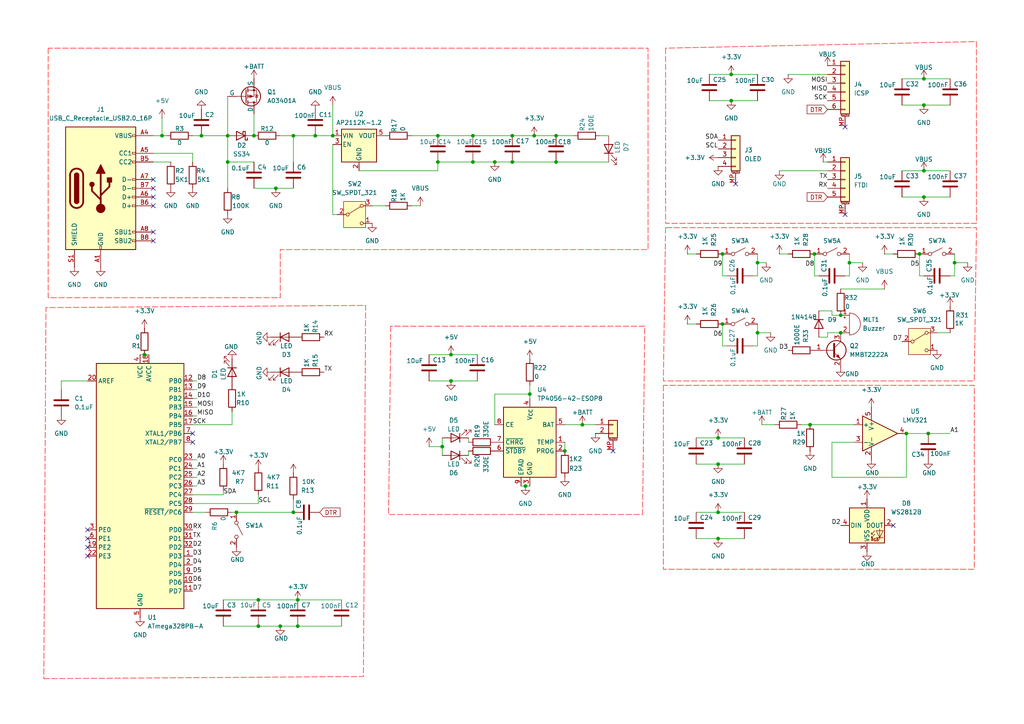
<source format=kicad_sch>
(kicad_sch (version 20250114) (generator "eeschema") (generator_version "9.0")
  (paper "A4")
  (title_block (title "KeyChain") (date "2025-07-06") (rev "V1") (company "KRS"))
  (junction (at 74.93 181.61))
  (junction (at 74.93 173.99))
  (junction (at 143.51 46.99))
  (junction (at 130.81 110.49))
  (junction (at 130.81 102.87))
  (junction (at 154.94 39.37))
  (junction (at 46.99 39.37))
  (junction (at 208.28 156.21))
  (junction (at 276.86 76.2))
  (junction (at 41.91 102.87))
  (junction (at 127 39.37))
  (junction (at 148.59 46.99))
  (junction (at 234.95 123.19))
  (junction (at 266.7 73.66))
  (junction (at 219.71 96.52))
  (junction (at 212.09 29.21))
  (junction (at 209.55 73.66))
  (junction (at 262.89 125.73))
  (junction (at 208.28 134.62))
  (junction (at 66.04 39.37))
  (junction (at 152.4 140.97))
  (junction (at 81.28 181.61))
  (junction (at 86.36 173.99))
  (junction (at 246.38 76.2))
  (junction (at 209.55 93.98))
  (junction (at 80.01 54.61))
  (junction (at 68.58 148.59))
  (junction (at 66.04 46.99))
  (junction (at 153.67 114.3))
  (junction (at 58.42 39.37))
  (junction (at 137.16 39.37))
  (junction (at 236.22 73.66))
  (junction (at 267.97 57.15))
  (junction (at 161.29 46.99))
  (junction (at 91.44 39.37))
  (junction (at 163.83 130.81))
  (junction (at 208.28 148.59))
  (junction (at 208.28 127))
  (junction (at 212.09 21.59))
  (junction (at 161.29 39.37))
  (junction (at 219.71 76.2))
  (junction (at 127 46.99))
  (junction (at 148.59 39.37))
  (junction (at 73.66 39.37))
  (junction (at 243.84 96.52))
  (junction (at 269.24 125.73))
  (junction (at 267.97 30.48))
  (junction (at 267.97 22.86))
  (junction (at 137.16 46.99))
  (junction (at 243.84 91.44))
  (junction (at 85.09 148.59))
  (junction (at 267.97 49.53))
  (junction (at 86.36 181.61))
  (junction (at 168.91 123.19))
  (junction (at 85.09 39.37))
  (junction (at 96.52 39.37))
  (junction (at 128.27 129.54))
  (no_connect (at 44.45 67.31))
  (no_connect (at 25.4 158.75))
  (no_connect (at 44.45 54.61))
  (no_connect (at 177.8 130.81))
  (no_connect (at 245.11 36.83))
  (no_connect (at 25.4 161.29))
  (no_connect (at 25.4 156.21))
  (no_connect (at 44.45 69.85))
  (no_connect (at 44.45 59.69))
  (no_connect (at 259.08 152.4))
  (no_connect (at 245.11 62.23))
  (no_connect (at 55.88 128.27))
  (no_connect (at 25.4 153.67))
  (no_connect (at 44.45 52.07))
  (no_connect (at 213.36 53.34))
  (no_connect (at 44.45 57.15))
  (no_connect (at 55.88 125.73))
  (wire (pts (xy 201.93 134.62) (xy 208.28 134.62)))
  (wire (pts (xy 57.15 140.97) (xy 55.88 140.97)))
  (wire (pts (xy 85.09 39.37) (xy 91.44 39.37)))
  (wire (pts (xy 130.81 102.87) (xy 138.43 102.87)))
  (wire (pts (xy 74.93 143.51) (xy 74.93 146.05)))
  (wire (pts (xy 199.39 93.98) (xy 201.93 93.98)))
  (wire (pts (xy 143.51 123.19) (xy 143.51 114.3)))
  (wire (pts (xy 241.3 128.27) (xy 241.3 138.43)))
  (wire (pts (xy 57.15 135.89) (xy 55.88 135.89)))
  (wire (pts (xy 262.89 125.73) (xy 269.24 125.73)))
  (wire (pts (xy 246.38 80.01) (xy 246.38 76.2)))
  (wire (pts (xy 46.99 39.37) (xy 48.26 39.37)))
  (wire (pts (xy 240.03 97.79) (xy 240.03 96.52)))
  (wire (pts (xy 234.95 123.19) (xy 247.65 123.19)))
  (wire (pts (xy 107.95 59.69) (xy 111.76 59.69)))
  (wire (pts (xy 73.66 33.02) (xy 73.66 39.37)))
  (wire (pts (xy 154.94 39.37) (xy 161.29 39.37)))
  (wire (pts (xy 119.38 39.37) (xy 127 39.37)))
  (wire (pts (xy 143.51 46.99) (xy 148.59 46.99)))
  (wire (pts (xy 208.28 156.21) (xy 215.9 156.21)))
  (wire (pts (xy 85.09 46.99) (xy 85.09 39.37)))
  (wire (pts (xy 271.78 96.52) (xy 275.59 96.52)))
  (wire (pts (xy 168.91 123.19) (xy 172.72 123.19)))
  (wire (pts (xy 85.09 39.37) (xy 81.28 39.37)))
  (wire (pts (xy 67.31 123.19) (xy 55.88 123.19)))
  (wire (pts (xy 237.49 90.17) (xy 241.3 90.17)))
  (wire (pts (xy 256.54 73.66) (xy 259.08 73.66)))
  (wire (pts (xy 135.89 132.08) (xy 135.89 130.81)))
  (wire (pts (xy 276.86 76.2) (xy 280.67 76.2)))
  (wire (pts (xy 236.22 80.01) (xy 237.49 80.01)))
  (wire (pts (xy 246.38 76.2) (xy 250.19 76.2)))
  (wire (pts (xy 127 49.53) (xy 127 46.99)))
  (wire (pts (xy 86.36 181.61) (xy 99.06 181.61)))
  (wire (pts (xy 119.38 59.69) (xy 121.92 59.69)))
  (wire (pts (xy 57.15 115.57) (xy 55.88 115.57)))
  (wire (pts (xy 262.89 138.43) (xy 262.89 125.73)))
  (wire (pts (xy 219.71 96.52) (xy 219.71 93.98)))
  (wire (pts (xy 74.93 146.05) (xy 55.88 146.05)))
  (wire (pts (xy 219.71 76.2) (xy 219.71 73.66)))
  (wire (pts (xy 55.88 39.37) (xy 58.42 39.37)))
  (wire (pts (xy 226.06 73.66) (xy 228.6 73.66)))
  (wire (pts (xy 40.64 102.87) (xy 41.91 102.87)))
  (wire (pts (xy 153.67 111.76) (xy 153.67 114.3)))
  (wire (pts (xy 219.71 76.2) (xy 222.25 76.2)))
  (wire (pts (xy 96.52 62.23) (xy 97.79 62.23)))
  (wire (pts (xy 57.15 113.03) (xy 55.88 113.03)))
  (wire (pts (xy 91.44 39.37) (xy 96.52 39.37)))
  (wire (pts (xy 219.71 100.33) (xy 219.71 96.52)))
  (wire (pts (xy 209.55 80.01) (xy 210.82 80.01)))
  (wire (pts (xy 46.99 34.29) (xy 46.99 39.37)))
  (wire (pts (xy 73.66 54.61) (xy 80.01 54.61)))
  (wire (pts (xy 127 46.99) (xy 137.16 46.99)))
  (wire (pts (xy 137.16 46.99) (xy 143.51 46.99)))
  (wire (pts (xy 243.84 83.82) (xy 256.54 83.82)))
  (wire (pts (xy 201.93 148.59) (xy 208.28 148.59)))
  (wire (pts (xy 219.71 96.52) (xy 223.52 96.52)))
  (wire (pts (xy 66.04 27.94) (xy 66.04 39.37)))
  (wire (pts (xy 241.3 91.44) (xy 243.84 91.44)))
  (wire (pts (xy 205.74 29.21) (xy 212.09 29.21)))
  (wire (pts (xy 64.77 143.51) (xy 55.88 143.51)))
  (wire (pts (xy 261.62 49.53) (xy 267.97 49.53)))
  (wire (pts (xy 245.11 80.01) (xy 246.38 80.01)))
  (wire (pts (xy 205.74 21.59) (xy 212.09 21.59)))
  (wire (pts (xy 226.06 49.53) (xy 240.03 49.53)))
  (wire (pts (xy 247.65 128.27) (xy 241.3 128.27)))
  (wire (pts (xy 104.14 49.53) (xy 127 49.53)))
  (wire (pts (xy 246.38 76.2) (xy 246.38 73.66)))
  (wire (pts (xy 238.76 46.99) (xy 240.03 46.99)))
  (wire (pts (xy 96.52 30.48) (xy 96.52 39.37)))
  (wire (pts (xy 128.27 129.54) (xy 128.27 132.08)))
  (wire (pts (xy 261.62 57.15) (xy 267.97 57.15)))
  (wire (pts (xy 267.97 57.15) (xy 275.59 57.15)))
  (wire (pts (xy 267.97 22.86) (xy 275.59 22.86)))
  (wire (pts (xy 208.28 134.62) (xy 215.9 134.62)))
  (wire (pts (xy 151.13 140.97) (xy 152.4 140.97)))
  (wire (pts (xy 81.28 181.61) (xy 86.36 181.61)))
  (wire (pts (xy 143.51 114.3) (xy 153.67 114.3)))
  (wire (pts (xy 267.97 30.48) (xy 275.59 30.48)))
  (wire (pts (xy 25.4 110.49) (xy 17.78 110.49)))
  (wire (pts (xy 152.4 140.97) (xy 153.67 140.97)))
  (wire (pts (xy 236.22 73.66) (xy 236.22 80.01)))
  (wire (pts (xy 276.86 80.01) (xy 276.86 76.2)))
  (wire (pts (xy 67.31 119.38) (xy 67.31 123.19)))
  (wire (pts (xy 74.93 173.99) (xy 86.36 173.99)))
  (wire (pts (xy 153.67 114.3) (xy 153.67 115.57)))
  (wire (pts (xy 148.59 46.99) (xy 161.29 46.99)))
  (wire (pts (xy 74.93 181.61) (xy 81.28 181.61)))
  (wire (pts (xy 199.39 73.66) (xy 201.93 73.66)))
  (wire (pts (xy 44.45 46.99) (xy 49.53 46.99)))
  (wire (pts (xy 161.29 46.99) (xy 176.53 46.99)))
  (wire (pts (xy 218.44 100.33) (xy 219.71 100.33)))
  (wire (pts (xy 68.58 148.59) (xy 85.09 148.59)))
  (wire (pts (xy 124.46 102.87) (xy 130.81 102.87)))
  (wire (pts (xy 80.01 54.61) (xy 85.09 54.61)))
  (wire (pts (xy 220.98 123.19) (xy 224.79 123.19)))
  (wire (pts (xy 240.03 96.52) (xy 243.84 96.52)))
  (wire (pts (xy 241.3 90.17) (xy 241.3 91.44)))
  (wire (pts (xy 148.59 39.37) (xy 154.94 39.37)))
  (wire (pts (xy 96.52 41.91) (xy 96.52 62.23)))
  (wire (pts (xy 137.16 39.37) (xy 148.59 39.37)))
  (wire (pts (xy 55.88 148.59) (xy 59.69 148.59)))
  (wire (pts (xy 208.28 148.59) (xy 215.9 148.59)))
  (wire (pts (xy 66.04 46.99) (xy 73.66 46.99)))
  (wire (pts (xy 275.59 80.01) (xy 276.86 80.01)))
  (wire (pts (xy 232.41 123.19) (xy 234.95 123.19)))
  (wire (pts (xy 124.46 129.54) (xy 128.27 129.54)))
  (wire (pts (xy 67.31 148.59) (xy 68.58 148.59)))
  (wire (pts (xy 173.99 39.37) (xy 176.53 39.37)))
  (wire (pts (xy 241.3 138.43) (xy 262.89 138.43)))
  (wire (pts (xy 209.55 93.98) (xy 209.55 100.33)))
  (wire (pts (xy 237.49 97.79) (xy 240.03 97.79)))
  (wire (pts (xy 44.45 44.45) (xy 55.88 44.45)))
  (wire (pts (xy 201.93 156.21) (xy 208.28 156.21)))
  (wire (pts (xy 212.09 29.21) (xy 219.71 29.21)))
  (wire (pts (xy 219.71 80.01) (xy 219.71 76.2)))
  (wire (pts (xy 212.09 21.59) (xy 219.71 21.59)))
  (wire (pts (xy 228.6 21.59) (xy 240.03 21.59)))
  (wire (pts (xy 55.88 44.45) (xy 55.88 46.99)))
  (wire (pts (xy 209.55 100.33) (xy 210.82 100.33)))
  (wire (pts (xy 161.29 39.37) (xy 166.37 39.37)))
  (wire (pts (xy 86.36 173.99) (xy 99.06 173.99)))
  (wire (pts (xy 209.55 73.66) (xy 209.55 80.01)))
  (wire (pts (xy 57.15 118.11) (xy 55.88 118.11)))
  (wire (pts (xy 66.04 39.37) (xy 66.04 46.99)))
  (wire (pts (xy 64.77 142.24) (xy 64.77 143.51)))
  (wire (pts (xy 64.77 181.61) (xy 74.93 181.61)))
  (wire (pts (xy 269.24 125.73) (xy 275.59 125.73)))
  (wire (pts (xy 17.78 110.49) (xy 17.78 113.03)))
  (wire (pts (xy 128.27 127) (xy 128.27 129.54)))
  (wire (pts (xy 57.15 120.65) (xy 55.88 120.65)))
  (wire (pts (xy 57.15 110.49) (xy 55.88 110.49)))
  (wire (pts (xy 57.15 138.43) (xy 55.88 138.43)))
  (wire (pts (xy 58.42 39.37) (xy 66.04 39.37)))
  (wire (pts (xy 127 39.37) (xy 137.16 39.37)))
  (wire (pts (xy 41.91 102.87) (xy 43.18 102.87)))
  (wire (pts (xy 64.77 173.99) (xy 74.93 173.99)))
  (wire (pts (xy 267.97 49.53) (xy 275.59 49.53)))
  (wire (pts (xy 266.7 73.66) (xy 266.7 80.01)))
  (wire (pts (xy 130.81 110.49) (xy 138.43 110.49)))
  (wire (pts (xy 218.44 80.01) (xy 219.71 80.01)))
  (wire (pts (xy 85.09 144.78) (xy 85.09 148.59)))
  (wire (pts (xy 44.45 39.37) (xy 46.99 39.37)))
  (wire (pts (xy 163.83 128.27) (xy 163.83 130.81)))
  (wire (pts (xy 57.15 133.35) (xy 55.88 133.35)))
  (wire (pts (xy 124.46 110.49) (xy 130.81 110.49)))
  (wire (pts (xy 201.93 127) (xy 208.28 127)))
  (wire (pts (xy 163.83 123.19) (xy 168.91 123.19)))
  (wire (pts (xy 208.28 127) (xy 215.9 127)))
  (wire (pts (xy 135.89 127) (xy 135.89 128.27)))
  (wire (pts (xy 261.62 22.86) (xy 267.97 22.86)))
  (wire (pts (xy 261.62 30.48) (xy 267.97 30.48)))
  (wire (pts (xy 266.7 80.01) (xy 267.97 80.01)))
  (wire (pts (xy 66.04 46.99) (xy 66.04 54.61)))
  (wire (pts (xy 276.86 76.2) (xy 276.86 73.66)))
  (label "SDA" (at 64.77 143.51 0))
  (label "D7" (at 55.88 171.45 0))
  (label "D5" (at 266.7 77.47 180))
  (label "D5" (at 55.88 166.37 0))
  (label "TX" (at 93.98 107.95 0))
  (label "RX" (at 55.88 153.67 0))
  (label "A3" (at 57.15 140.97 0))
  (label "SCL" (at 74.93 146.05 0))
  (label "A2" (at 57.15 138.43 0))
  (label "D4" (at 55.88 163.83 0))
  (label "SDA" (at 208.28 40.64 180))
  (label "TX" (at 55.88 156.21 0))
  (label "MISO" (at 57.15 120.65 0))
  (label "D2" (at 55.88 158.75 0))
  (label "A1" (at 57.15 135.89 0))
  (label "MOSI" (at 57.15 118.11 0))
  (label "SCK" (at 55.88 123.19 0))
  (label "SCL" (at 208.28 43.18 180))
  (label "A1" (at 275.59 125.73 0))
  (label "D9" (at 57.15 113.03 0))
  (label "TX" (at 240.03 52.07 180))
  (label "D2" (at 243.84 152.4 180))
  (label "A0" (at 57.15 133.35 0))
  (label "D10" (at 57.15 115.57 0))
  (label "MISO" (at 240.03 26.67 180))
  (label "D8" (at 57.15 110.49 0))
  (label "RX" (at 240.03 54.61 180))
  (label "SCK" (at 240.03 29.21 180))
  (label "D7" (at 261.62 99.06 180))
  (label "D8" (at 236.22 77.47 180))
  (label "D6" (at 55.88 168.91 0))
  (label "MOSI" (at 240.03 24.13 180))
  (label "D6" (at 209.55 97.79 180))
  (label "RX" (at 93.98 97.79 0))
  (label "D9" (at 209.55 77.47 180))
  (label "D3" (at 55.88 161.29 0))
  (label "D3" (at 228.6 101.6 180))
  (global_label "DTR" (shape input) (at 240.03 57.15 180) (property "Intersheetrefs" "${INTERSHEET_REFS}" (effects (hide yes))))
  (global_label "DTR" (shape input) (at 240.03 31.75 180) (property "Intersheetrefs" "${INTERSHEET_REFS}" (effects (hide yes))))
  (global_label "DTR" (shape input) (at 92.71 148.59 0) (property "Intersheetrefs" "${INTERSHEET_REFS}" (effects (hide yes))))
  (rule_area (polyline (pts (xy 13.97 13.97) (xy 13.97 86.36) (xy 81.28 86.36) (xy 81.28 85.09) (xy 81.28 76.2) (xy 81.28 72.39) (xy 187.96 72.39) (xy 187.96 13.97)) (stroke (width 0) (type dash))))
  (rule_area (polyline (pts (xy 192.405 111.76) (xy 192.405 165.1) (xy 282.575 165.1) (xy 282.575 111.76)) (stroke (width 0) (type dash))))
  (rule_area (polyline (pts (xy 12.7 196.85) (xy 105.41 196.215) (xy 106.045 88.5824) (xy 13.335 89.2174)) (stroke (width 0) (type dash))))
  (rule_area (polyline (pts (xy 193.04 66.04) (xy 192.405 110.49) (xy 282.575 110.49) (xy 283.21 66.04)) (stroke (width 0) (type dash))))
  (rule_area (polyline (pts (xy 113.3474 94.615) (xy 112.7124 149.225) (xy 186.3725 149.225) (xy 187.0075 94.615)) (stroke (width 0) (type dash))))
  (rule_area (polyline (pts (xy 193.04 13.97) (xy 193.04 64.77) (xy 283.21 64.77) (xy 283.21 12.065)) (stroke (width 0) (type dash))))
  (symbol (lib_id "Device:C") (at 86.36 177.8 0) (unit 1)
    (property "Reference" "C7" (at 87.376 175.514 0) (effects (justify left)))
    (property "Value" "100nF" (at 80.264 175.768 0) (effects (justify left)))
    (property "Footprint" "Capacitor_SMD:C_0402_1005Metric" (effects (hide yes)))
    (property "Description" "Unpolarized capacitor" (effects (hide yes)))
  )
  (symbol (lib_id "power:GND") (at 78.74 97.79 270) (unit 1)
    (property "Reference" "#PWR016" (effects (hide yes)))
    (property "Value" "GND" (at 75.184 98.044 0))
    (property "Description" "Power symbol creates a global label with name \"GND\" , ground" (effects (hide yes)))
  )
  (symbol (lib_id "Connector:USB_C_Receptacle_USB2.0_16P") (at 29.21 54.61 0) (unit 1)
    (property "Reference" "J1" (at 29.21 31.75 0))
    (property "Value" "USB_C_Receptacle_USB2.0_16P" (at 29.21 34.29 0))
    (property "Footprint" "Connector_USB:USB_C_Receptacle_GCT_USB4105-xx-A_16P_TopMnt_Horizontal" (effects (hide yes)))
    (property "Datasheet" "https://www.usb.org/sites/default/files/documents/usb_type-c.zip" (effects (hide yes)))
    (property "Description" "USB 2.0-only 16P Type-C Receptacle connector" (effects (hide yes)))
  )
  (symbol (lib_id "Device:R") (at 67.31 115.57 180) (unit 1)
    (property "Reference" "R10" (at 72.39 116.84 0) (effects (justify left)))
    (property "Value" "1K" (at 71.374 114.3 0) (effects (justify left)))
    (property "Footprint" "Resistor_SMD:R_0402_1005Metric" (effects (hide yes)))
    (property "Description" "Resistor" (effects (hide yes)))
  )
  (symbol (lib_id "Switch:SW_DPST_x2") (at 214.63 93.98 0) (unit 1)
    (property "Reference" "SW4" (at 214.63 90.17 0))
    (property "Value" "SW_DPST_x2" (effects (hide yes)))
    (property "Footprint" "Button_Switch_SMD:SW_SPST_B3U-1000P-B" (effects (hide yes)))
    (property "Description" "Single Pole Single Throw (SPST) switch, separate symbol" (effects (hide yes)))
  )
  (symbol (lib_id "power:+5V") (at 46.99 34.29 0) (unit 1)
    (property "Reference" "#PWR06" (effects (hide yes)))
    (property "Value" "+5V" (at 46.99 29.21 0))
    (property "Description" "Power symbol creates a global label with name \"+5V\"" (effects (hide yes)))
  )
  (symbol (lib_id "power:GND") (at 143.51 46.99 0) (unit 1)
    (property "Reference" "#PWR034" (effects (hide yes)))
    (property "Value" "GND" (at 143.51 52.07 0))
    (property "Description" "Power symbol creates a global label with name \"GND\" , ground" (effects (hide yes)))
  )
  (symbol (lib_id "power:GND") (at 208.28 48.26 0) (unit 1)
    (property "Reference" "#PWR048" (effects (hide yes)))
    (property "Value" "GND" (at 208.28 53.34 0))
    (property "Description" "Power symbol creates a global label with name \"GND\" , ground" (effects (hide yes)))
  )
  (symbol (lib_id "Device:R") (at 63.5 148.59 90) (unit 1)
    (property "Reference" "R6" (at 62.23 153.924 0) (effects (justify left)))
    (property "Value" "0" (at 64.77 151.13 0) (effects (justify left)))
    (property "Footprint" "Resistor_SMD:R_0402_1005Metric" (effects (hide yes)))
    (property "Description" "Resistor" (effects (hide yes)))
  )
  (symbol (lib_id "power:GND") (at 40.64 179.07 0) (unit 1)
    (property "Reference" "#PWR04" (effects (hide yes)))
    (property "Value" "GND" (at 40.64 184.15 0))
    (property "Description" "Power symbol creates a global label with name \"GND\" , ground" (effects (hide yes)))
  )
  (symbol (lib_id "power:+3.3V") (at 64.77 134.62 0) (unit 1)
    (property "Reference" "#PWR010" (effects (hide yes)))
    (property "Value" "+3.3V" (at 64.77 131.064 0))
    (property "Description" "Power symbol creates a global label with name \"+3.3V\"" (effects (hide yes)))
  )
  (symbol (lib_id "power:GND") (at 58.42 31.75 180) (unit 1)
    (property "Reference" "#PWR09" (effects (hide yes)))
    (property "Value" "GND" (at 58.42 26.67 0))
    (property "Description" "Power symbol creates a global label with name \"GND\" , ground" (effects (hide yes)))
  )
  (symbol (lib_id "power:+3.3V") (at 154.94 39.37 0) (unit 1)
    (property "Reference" "#PWR037" (effects (hide yes)))
    (property "Value" "+3.3V" (at 154.94 34.29 0))
    (property "Description" "Power symbol creates a global label with name \"+3.3V\"" (effects (hide yes)))
  )
  (symbol (lib_id "Device:R") (at 41.91 99.06 180) (unit 1)
    (property "Reference" "R1" (at 40.894 100.33 0) (effects (justify left)))
    (property "Value" "0" (at 40.64 97.79 0) (effects (justify left)))
    (property "Footprint" "Resistor_SMD:R_0402_1005Metric" (effects (hide yes)))
    (property "Description" "Resistor" (effects (hide yes)))
  )
  (symbol (lib_id "Device:LED") (at 132.08 132.08 0) (mirror y) (unit 1)
    (property "Reference" "D6" (at 131.572 137.16 0))
    (property "Value" "LED" (at 131.572 134.62 0))
    (property "Footprint" "LED_SMD:LED_0402_1005Metric" (effects (hide yes)))
    (property "Description" "Light emitting diode" (effects (hide yes)))
    (property "Sim.Pins" "1=K 2=A" (effects (hide yes)))
  )
  (symbol (lib_id "Device:C") (at 219.71 25.4 0) (unit 1)
    (property "Reference" "C30" (at 220.726 23.114 0) (effects (justify left)))
    (property "Value" "100nF" (at 213.106 23.368 0) (effects (justify left)))
    (property "Footprint" "Capacitor_SMD:C_0402_1005Metric" (effects (hide yes)))
    (property "Description" "Unpolarized capacitor" (effects (hide yes)))
  )
  (symbol (lib_id "Device:R") (at 243.84 87.63 0) (unit 1)
    (property "Reference" "R32" (at 244.856 86.36 0) (effects (justify left)))
    (property "Value" "0" (at 245.11 88.9 0) (effects (justify left)))
    (property "Footprint" "Resistor_SMD:R_0402_1005Metric" (effects (hide yes)))
    (property "Description" "Resistor" (effects (hide yes)))
  )
  (symbol (lib_id "Connector_Generic_MountingPin:Conn_01x06_MountingPin") (at 245.11 24.13 0) (unit 1)
    (property "Reference" "J4" (at 247.65 24.4855 0) (effects (justify left)))
    (property "Value" "ICSP" (at 247.65 27.0255 0) (effects (justify left)))
    (property "Footprint" "Connector_JST:JST_GH_BM06B-GHS-TBT_1x06-1MP_P1.25mm_Vertical" (effects (hide yes)))
    (property "Description" "Generic connectable mounting pin connector, single row, 01x06, script generated (kicad-library-utils/schlib/autogen/connector/)" (effects (hide yes)))
  )
  (symbol (lib_id "power:+3.3V") (at 212.09 21.59 0) (unit 1)
    (property "Reference" "#PWR053" (effects (hide yes)))
    (property "Value" "+3.3V" (at 212.09 16.51 0))
    (property "Description" "Power symbol creates a global label with name \"+3.3V\"" (effects (hide yes)))
  )
  (symbol (lib_id "Switch:SW_SPDT_321") (at 266.7 99.06 0) (unit 1)
    (property "Reference" "SW6" (at 266.7 90.17 0))
    (property "Value" "SW_SPDT_321" (at 266.7 92.71 0))
    (property "Footprint" "SWITCH_TACTILE:SLW-883935_CUD" (effects (hide yes)))
    (property "Description" "Switch, single pole double throw" (effects (hide yes)))
  )
  (symbol (lib_id "Device:C") (at 215.9 152.4 0) (unit 1)
    (property "Reference" "C29" (at 216.916 150.114 0) (effects (justify left)))
    (property "Value" "100nF" (at 209.296 150.368 0) (effects (justify left)))
    (property "Footprint" "Capacitor_SMD:C_0402_1005Metric" (effects (hide yes)))
    (property "Description" "Unpolarized capacitor" (effects (hide yes)))
  )
  (symbol (lib_id "power:GND") (at 107.95 64.77 0) (unit 1)
    (property "Reference" "#PWR025" (effects (hide yes)))
    (property "Value" "GND" (at 107.95 69.85 0))
    (property "Description" "Power symbol creates a global label with name \"GND\" , ground" (effects (hide yes)))
  )
  (symbol (lib_id "Device:R") (at 262.89 73.66 270) (unit 1)
    (property "Reference" "R30" (at 264.16 67.564 0) (effects (justify left)))
    (property "Value" "1K" (at 261.62 68.58 0) (effects (justify left)))
    (property "Footprint" "Resistor_SMD:R_0402_1005Metric" (effects (hide yes)))
    (property "Description" "Resistor" (effects (hide yes)))
  )
  (symbol (lib_id "power:+3.3V") (at 208.28 148.59 0) (unit 1)
    (property "Reference" "#PWR051" (effects (hide yes)))
    (property "Value" "+3.3V" (at 208.28 143.51 0))
    (property "Description" "Power symbol creates a global label with name \"+3.3V\"" (effects (hide yes)))
  )
  (symbol (lib_id "Device:LED") (at 176.53 43.18 90) (unit 1)
    (property "Reference" "D7" (at 181.61 42.672 0))
    (property "Value" "LED" (at 179.07 42.672 0))
    (property "Footprint" "LED_SMD:LED_0402_1005Metric" (effects (hide yes)))
    (property "Description" "Light emitting diode" (effects (hide yes)))
    (property "Sim.Pins" "1=K 2=A" (effects (hide yes)))
  )
  (symbol (lib_id "power:GND") (at 68.58 158.75 0) (unit 1)
    (property "Reference" "#PWR013" (effects (hide yes)))
    (property "Value" "GND" (at 68.834 162.306 0))
    (property "Description" "Power symbol creates a global label with name \"GND\" , ground" (effects (hide yes)))
  )
  (symbol (lib_id "Device:C") (at 99.06 177.8 0) (unit 1)
    (property "Reference" "C12" (at 100.076 175.514 0) (effects (justify left)))
    (property "Value" "100nF" (at 92.964 175.768 0) (effects (justify left)))
    (property "Footprint" "Capacitor_SMD:C_0402_1005Metric" (effects (hide yes)))
    (property "Description" "Unpolarized capacitor" (effects (hide yes)))
  )
  (symbol (lib_id "power:+BATT") (at 73.66 22.86 0) (unit 1)
    (property "Reference" "#PWR014" (effects (hide yes)))
    (property "Value" "+BATT" (at 73.66 19.304 0))
    (property "Description" "Power symbol creates a global label with name \"+BATT\"" (effects (hide yes)))
  )
  (symbol (lib_id "power:+3.3V") (at 256.54 73.66 0) (unit 1)
    (property "Reference" "#PWR069" (effects (hide yes)))
    (property "Value" "+3.3V" (at 256.54 68.58 0))
    (property "Description" "Power symbol creates a global label with name \"+3.3V\"" (effects (hide yes)))
  )
  (symbol (lib_id "power:VBUS") (at 96.52 30.48 0) (unit 1)
    (property "Reference" "#PWR023" (effects (hide yes)))
    (property "Value" "VBUS" (at 96.52 25.4 0))
    (property "Description" "Power symbol creates a global label with name \"VBUS\"" (effects (hide yes)))
  )
  (symbol (lib_id "Device:R") (at 66.04 58.42 0) (unit 1)
    (property "Reference" "R8" (at 67.056 57.15 0) (effects (justify left)))
    (property "Value" "100K" (at 67.31 59.69 0) (effects (justify left)))
    (property "Footprint" "Resistor_SMD:R_0402_1005Metric" (effects (hide yes)))
    (property "Description" "Resistor" (effects (hide yes)))
  )
  (symbol (lib_id "Device:C") (at 88.9 148.59 90) (unit 1)
    (property "Reference" "C8" (at 86.614 147.574 0) (effects (justify left)))
    (property "Value" "0.1uF" (at 86.868 155.194 0) (effects (justify left)))
    (property "Footprint" "Capacitor_SMD:C_0402_1005Metric" (effects (hide yes)))
    (property "Description" "Unpolarized capacitor" (effects (hide yes)))
  )
  (symbol (lib_id "Device:R") (at 139.7 130.81 90) (unit 1)
    (property "Reference" "R20" (at 138.43 135.636 0) (effects (justify left)))
    (property "Value" "330E" (at 140.97 137.16 0) (effects (justify left)))
    (property "Footprint" "Resistor_SMD:R_0402_1005Metric" (effects (hide yes)))
    (property "Description" "Resistor" (effects (hide yes)))
  )
  (symbol (lib_id "power:GND") (at 226.06 49.53 0) (unit 1)
    (property "Reference" "#PWR058" (effects (hide yes)))
    (property "Value" "GND" (at 226.06 53.34 0))
    (property "Description" "Power symbol creates a global label with name \"GND\" , ground" (effects (hide yes)))
  )
  (symbol (lib_id "Device:R") (at 85.09 140.97 180) (unit 1)
    (property "Reference" "R13" (at 91.186 142.24 0) (effects (justify left)))
    (property "Value" "10K" (at 91.44 139.7 0) (effects (justify left)))
    (property "Footprint" "Resistor_SMD:R_0402_1005Metric" (effects (hide yes)))
    (property "Description" "Resistor" (effects (hide yes)))
  )
  (symbol (lib_id "Device:R") (at 74.93 139.7 180) (unit 1)
    (property "Reference" "R11" (at 81.026 140.97 0) (effects (justify left)))
    (property "Value" "4K7" (at 81.28 138.43 0) (effects (justify left)))
    (property "Footprint" "Resistor_SMD:R_0402_1005Metric" (effects (hide yes)))
    (property "Description" "Resistor" (effects (hide yes)))
  )
  (symbol (lib_id "power:GND") (at 91.44 31.75 180) (unit 1)
    (property "Reference" "#PWR022" (effects (hide yes)))
    (property "Value" "GND" (at 91.44 26.67 0))
    (property "Description" "Power symbol creates a global label with name \"GND\" , ground" (effects (hide yes)))
  )
  (symbol (lib_id "Device:C") (at 275.59 53.34 0) (unit 1)
    (property "Reference" "C37" (at 276.606 51.054 0) (effects (justify left)))
    (property "Value" "100nF" (at 268.986 51.308 0) (effects (justify left)))
    (property "Footprint" "Capacitor_SMD:C_0402_1005Metric" (effects (hide yes)))
    (property "Description" "Unpolarized capacitor" (effects (hide yes)))
  )
  (symbol (lib_id "power:GND") (at 29.21 77.47 0) (unit 1)
    (property "Reference" "#PWR03" (effects (hide yes)))
    (property "Value" "GND" (at 29.21 82.55 0))
    (property "Description" "Power symbol creates a global label with name \"GND\" , ground" (effects (hide yes)))
  )
  (symbol (lib_id "power:+3.3V") (at 199.39 73.66 0) (unit 1)
    (property "Reference" "#PWR045" (effects (hide yes)))
    (property "Value" "+3.3V" (at 199.39 68.58 0))
    (property "Description" "Power symbol creates a global label with name \"+3.3V\"" (effects (hide yes)))
  )
  (symbol (lib_id "power:GND") (at 252.73 133.35 0) (unit 1)
    (property "Reference" "#PWR068" (effects (hide yes)))
    (property "Value" "GND" (at 252.984 137.16 0))
    (property "Description" "Power symbol creates a global label with name \"GND\" , ground" (effects (hide yes)))
  )
  (symbol (lib_id "Device:C") (at 271.78 80.01 90) (unit 1)
    (property "Reference" "C35" (at 269.494 78.994 0) (effects (justify left)))
    (property "Value" "0.1uF" (at 269.748 85.598 0) (effects (justify left)))
    (property "Footprint" "Capacitor_SMD:C_0402_1005Metric" (effects (hide yes)))
    (property "Description" "Unpolarized capacitor" (effects (hide yes)))
  )
  (symbol (lib_id "power:+3.3V") (at 251.46 144.78 0) (unit 1)
    (property "Reference" "#PWR065" (effects (hide yes)))
    (property "Value" "+3.3V" (at 251.46 141.224 0))
    (property "Description" "Power symbol creates a global label with name \"+3.3V\"" (effects (hide yes)))
  )
  (symbol (lib_id "power:GND") (at 21.59 77.47 0) (unit 1)
    (property "Reference" "#PWR02" (effects (hide yes)))
    (property "Value" "GND" (at 21.59 82.55 0))
    (property "Description" "Power symbol creates a global label with name \"GND\" , ground" (effects (hide yes)))
  )
  (symbol (lib_id "power:VBUS") (at 256.54 83.82 0) (unit 1)
    (property "Reference" "#PWR078" (effects (hide yes)))
    (property "Value" "VBUS" (at 256.54 78.74 0))
    (property "Description" "Power symbol creates a global label with name \"VBUS\"" (effects (hide yes)))
  )
  (symbol (lib_id "power:VBUS") (at 238.76 46.99 0) (unit 1)
    (property "Reference" "#PWR062" (effects (hide yes)))
    (property "Value" "VBUS" (at 238.76 43.688 0))
    (property "Description" "Power symbol creates a global label with name \"VBUS\"" (effects (hide yes)))
  )
  (symbol (lib_id "Device:R") (at 52.07 39.37 90) (unit 1)
    (property "Reference" "R3" (at 52.07 37.338 90))
    (property "Value" "0" (at 52.07 41.402 90))
    (property "Footprint" "Resistor_SMD:R_0402_1005Metric" (effects (hide yes)))
    (property "Description" "Resistor" (effects (hide yes)))
  )
  (symbol (lib_id "power:GND") (at 212.09 29.21 0) (unit 1)
    (property "Reference" "#PWR054" (effects (hide yes)))
    (property "Value" "GND" (at 212.09 34.29 0))
    (property "Description" "Power symbol creates a global label with name \"GND\" , ground" (effects (hide yes)))
  )
  (symbol (lib_id "power:+3.3V") (at 208.28 45.72 90) (unit 1)
    (property "Reference" "#PWR047" (effects (hide yes)))
    (property "Value" "+3.3V" (at 204.47 45.7199 90) (effects (justify left)))
    (property "Description" "Power symbol creates a global label with name \"+3.3V\"" (effects (hide yes)))
  )
  (symbol (lib_id "Device:R") (at 64.77 138.43 180) (unit 1)
    (property "Reference" "R7" (at 70.866 139.7 0) (effects (justify left)))
    (property "Value" "4K7" (at 71.12 137.16 0) (effects (justify left)))
    (property "Footprint" "Resistor_SMD:R_0402_1005Metric" (effects (hide yes)))
    (property "Description" "Resistor" (effects (hide yes)))
  )
  (symbol (lib_id "Device:C") (at 201.93 130.81 0) (unit 1)
    (property "Reference" "C23" (at 202.946 128.524 0) (effects (justify left)))
    (property "Value" "10uF" (at 195.326 128.778 0) (effects (justify left)))
    (property "Footprint" "Capacitor_SMD:C_0402_1005Metric" (effects (hide yes)))
    (property "Description" "Unpolarized capacitor" (effects (hide yes)))
  )
  (symbol (lib_id "Device:C") (at 73.66 50.8 0) (unit 1)
    (property "Reference" "C4" (at 74.676 48.514 0) (effects (justify left)))
    (property "Value" "0.1uF" (at 67.056 48.768 0) (effects (justify left)))
    (property "Footprint" "Capacitor_SMD:C_0402_1005Metric" (effects (hide yes)))
    (property "Description" "Unpolarized capacitor" (effects (hide yes)))
  )
  (symbol (lib_id "Device:C") (at 201.93 152.4 0) (unit 1)
    (property "Reference" "C24" (at 202.946 150.114 0) (effects (justify left)))
    (property "Value" "10uF" (at 195.326 150.368 0) (effects (justify left)))
    (property "Footprint" "Capacitor_SMD:C_0402_1005Metric" (effects (hide yes)))
    (property "Description" "Unpolarized capacitor" (effects (hide yes)))
  )
  (symbol (lib_id "power:GND") (at 17.78 120.65 0) (unit 1)
    (property "Reference" "#PWR01" (effects (hide yes)))
    (property "Value" "GND" (at 17.78 125.73 0))
    (property "Description" "Power symbol creates a global label with name \"GND\" , ground" (effects (hide yes)))
  )
  (symbol (lib_id "Device:R") (at 275.59 92.71 0) (unit 1)
    (property "Reference" "R31" (at 277.114 91.44 0) (effects (justify left)))
    (property "Value" "1K" (at 276.86 93.726 0) (effects (justify left)))
    (property "Footprint" "Resistor_SMD:R_0402_1005Metric" (effects (hide yes)))
    (property "Description" "Resistor" (effects (hide yes)))
  )
  (symbol (lib_id "Device:C") (at 205.74 25.4 0) (unit 1)
    (property "Reference" "C25" (at 206.756 23.114 0) (effects (justify left)))
    (property "Value" "10uF" (at 199.136 23.368 0) (effects (justify left)))
    (property "Footprint" "Capacitor_SMD:C_0402_1005Metric" (effects (hide yes)))
    (property "Description" "Unpolarized capacitor" (effects (hide yes)))
  )
  (symbol (lib_id "Device:C") (at 269.24 129.54 180) (unit 1)
    (property "Reference" "C34" (at 268.224 131.826 0) (effects (justify left)))
    (property "Value" "100nF" (at 275.844 131.572 0) (effects (justify left)))
    (property "Footprint" "Capacitor_SMD:C_0402_1005Metric" (effects (hide yes)))
    (property "Description" "Unpolarized capacitor" (effects (hide yes)))
  )
  (symbol (lib_id "power:GND") (at 55.88 54.61 0) (unit 1)
    (property "Reference" "#PWR08" (effects (hide yes)))
    (property "Value" "GND" (at 55.88 59.69 0))
    (property "Description" "Power symbol creates a global label with name \"GND\" , ground" (effects (hide yes)))
  )
  (symbol (lib_id "Device:R") (at 90.17 107.95 270) (unit 1)
    (property "Reference" "R15" (at 91.44 102.616 0) (effects (justify left)))
    (property "Value" "1K" (at 88.9 103.886 0) (effects (justify left)))
    (property "Footprint" "Resistor_SMD:R_0402_1005Metric" (effects (hide yes)))
    (property "Description" "Resistor" (effects (hide yes)))
  )
  (symbol (lib_id "Connector_Generic_MountingPin:Conn_01x04_MountingPin") (at 213.36 43.18 0) (unit 1)
    (property "Reference" "J3" (at 215.9 43.5355 0) (effects (justify left)))
    (property "Value" "OLED" (at 215.9 46.0755 0) (effects (justify left)))
    (property "Footprint" "Connector_PinHeader_2.54mm:PinHeader_1x04_P2.54mm_Vertical" (effects (hide yes)))
    (property "Description" "Generic connectable mounting pin connector, single row, 01x04, script generated (kicad-library-utils/schlib/autogen/connector/)" (effects (hide yes)))
  )
  (symbol (lib_id "Switch:SW_DPST_x2") (at 214.63 73.66 0) (unit 1)
    (property "Reference" "SW3" (at 214.63 69.85 0))
    (property "Value" "SW_DPST_x2" (effects (hide yes)))
    (property "Footprint" "Button_Switch_SMD:SW_SPST_B3U-1000P-B" (effects (hide yes)))
    (property "Description" "Single Pole Single Throw (SPST) switch, separate symbol" (effects (hide yes)))
  )
  (symbol (lib_id "power:+5V") (at 124.46 129.54 0) (unit 1)
    (property "Reference" "#PWR028" (effects (hide yes)))
    (property "Value" "+5V" (at 124.46 124.46 0))
    (property "Description" "Power symbol creates a global label with name \"+5V\"" (effects (hide yes)))
  )
  (symbol (lib_id "Device:R") (at 139.7 128.27 90) (unit 1)
    (property "Reference" "R19" (at 138.43 127 0) (effects (justify left)))
    (property "Value" "330E" (at 140.97 127 0) (effects (justify left)))
    (property "Footprint" "Resistor_SMD:R_0402_1005Metric" (effects (hide yes)))
    (property "Description" "Resistor" (effects (hide yes)))
  )
  (symbol (lib_id "Device:R") (at 232.41 73.66 270) (unit 1)
    (property "Reference" "R28" (at 233.68 67.564 0) (effects (justify left)))
    (property "Value" "1K" (at 231.14 68.58 0) (effects (justify left)))
    (property "Footprint" "Resistor_SMD:R_0402_1005Metric" (effects (hide yes)))
    (property "Description" "Resistor" (effects (hide yes)))
  )
  (symbol (lib_id "Device:LED") (at 132.08 127 180) (unit 1)
    (property "Reference" "D5" (at 131.572 121.92 0))
    (property "Value" "LED" (at 131.572 124.46 0))
    (property "Footprint" "LED_SMD:LED_0402_1005Metric" (effects (hide yes)))
    (property "Description" "Light emitting diode" (effects (hide yes)))
    (property "Sim.Pins" "1=K 2=A" (effects (hide yes)))
  )
  (symbol (lib_id "MCU_Microchip_ATmega:ATmega328PB-A") (at 40.64 140.97 0) (unit 1)
    (property "Reference" "U1" (at 42.7833 179.07 0) (effects (justify left)))
    (property "Value" "ATmega328PB-A" (at 42.7833 181.61 0) (effects (justify left)))
    (property "Footprint" "Package_QFP:TQFP-32_7x7mm_P0.8mm" (effects (hide yes)))
    (property "Datasheet" "http://ww1.microchip.com/downloads/en/DeviceDoc/40001906C.pdf" (effects (hide yes)))
    (property "Description" "20MHz, 32kB Flash, 2kB SRAM, 1kB EEPROM, TQFP-32" (effects (hide yes)))
  )
  (symbol (lib_id "Device:R") (at 228.6 123.19 90) (unit 1)
    (property "Reference" "R27" (at 227.33 121.92 0) (effects (justify left)))
    (property "Value" "1K" (at 229.87 121.92 0) (effects (justify left)))
    (property "Footprint" "Resistor_SMD:R_0402_1005Metric" (effects (hide yes)))
    (property "Description" "Resistor" (effects (hide yes)))
  )
  (symbol (lib_id "Device:R") (at 153.67 107.95 0) (unit 1)
    (property "Reference" "R22" (at 154.686 106.68 0) (effects (justify left)))
    (property "Value" "0" (at 154.94 109.22 0) (effects (justify left)))
    (property "Footprint" "Resistor_SMD:R_0402_1005Metric" (effects (hide yes)))
    (property "Description" "Resistor" (effects (hide yes)))
  )
  (symbol (lib_id "Device:C") (at 137.16 43.18 0) (unit 1)
    (property "Reference" "C15" (at 137.414 41.148 0) (effects (justify left)))
    (property "Value" "10uF" (at 132.334 41.148 0) (effects (justify left)))
    (property "Footprint" "Capacitor_SMD:C_0402_1005Metric" (effects (hide yes)))
    (property "Description" "Unpolarized capacitor" (effects (hide yes)))
  )
  (symbol (lib_id "power:+5V") (at 153.67 104.14 0) (unit 1)
    (property "Reference" "#PWR036" (effects (hide yes)))
    (property "Value" "+5V" (at 153.67 99.06 0))
    (property "Description" "Power symbol creates a global label with name \"+5V\"" (effects (hide yes)))
  )
  (symbol (lib_id "Device:Buzzer") (at 246.38 93.98 0) (unit 1)
    (property "Reference" "MLT1" (at 250.19 92.7099 0) (effects (justify left)))
    (property "Value" "Buzzer" (at 250.19 95.2499 0) (effects (justify left)))
    (property "Footprint" "Buzzer_Beeper:MagneticBuzzer_CUI_CMT-8504-100-SMT" (effects (hide yes)))
    (property "Description" "Buzzer, polarized" (effects (hide yes)))
  )
  (symbol (lib_id "Device:C") (at 138.43 106.68 0) (unit 1)
    (property "Reference" "C16" (at 139.446 104.394 0) (effects (justify left)))
    (property "Value" "100nF" (at 131.826 104.648 0) (effects (justify left)))
    (property "Footprint" "Capacitor_SMD:C_0402_1005Metric" (effects (hide yes)))
    (property "Description" "Unpolarized capacitor" (effects (hide yes)))
  )
  (symbol (lib_id "Device:R") (at 205.74 73.66 270) (unit 1)
    (property "Reference" "R25" (at 207.01 67.564 0) (effects (justify left)))
    (property "Value" "1K" (at 204.47 68.58 0) (effects (justify left)))
    (property "Footprint" "Resistor_SMD:R_0402_1005Metric" (effects (hide yes)))
    (property "Description" "Resistor" (effects (hide yes)))
  )
  (symbol (lib_id "power:GND") (at 269.24 133.35 0) (unit 1)
    (property "Reference" "#PWR074" (effects (hide yes)))
    (property "Value" "GND" (at 269.494 137.16 0))
    (property "Description" "Power symbol creates a global label with name \"GND\" , ground" (effects (hide yes)))
  )
  (symbol (lib_id "Device:C") (at 74.93 177.8 0) (unit 1)
    (property "Reference" "C5" (at 75.946 175.514 0) (effects (justify left)))
    (property "Value" "10uF" (at 69.596 175.514 0) (effects (justify left)))
    (property "Footprint" "Capacitor_SMD:C_0402_1005Metric" (effects (hide yes)))
    (property "Description" "Unpolarized capacitor" (effects (hide yes)))
  )
  (symbol (lib_id "power:GND") (at 49.53 54.61 0) (unit 1)
    (property "Reference" "#PWR07" (effects (hide yes)))
    (property "Value" "GND" (at 49.53 59.69 0))
    (property "Description" "Power symbol creates a global label with name \"GND\" , ground" (effects (hide yes)))
  )
  (symbol (lib_id "power:VBUS") (at 240.03 19.05 0) (unit 1)
    (property "Reference" "#PWR063" (effects (hide yes)))
    (property "Value" "VBUS" (at 240.03 15.748 0))
    (property "Description" "Power symbol creates a global label with name \"VBUS\"" (effects (hide yes)))
  )
  (symbol (lib_id "Transistor_BJT:MMBT2222A") (at 241.3 101.6 0) (unit 1)
    (property "Reference" "Q2" (at 246.38 100.3299 0) (effects (justify left)))
    (property "Value" "MMBT2222A" (at 246.38 102.8699 0) (effects (justify left)))
    (property "Footprint" "Package_TO_SOT_SMD:SOT-23" (effects (hide yes)))
    (property "Datasheet" "https://assets.nexperia.com/documents/data-sheet/MMBT2222A.pdf" (effects (hide yes)))
    (property "Description" "600mA Ic, 40V Vce, NPN Transistor, SOT-23" (effects (hide yes)))
  )
  (symbol (lib_id "Device:C") (at 17.78 116.84 0) (unit 1)
    (property "Reference" "C1" (at 21.59 115.5699 0) (effects (justify left)))
    (property "Value" "0.1uF" (at 21.59 118.1099 0) (effects (justify left)))
    (property "Footprint" "Capacitor_SMD:C_0402_1005Metric" (effects (hide yes)))
    (property "Description" "Unpolarized capacitor" (effects (hide yes)))
  )
  (symbol (lib_id "power:GND") (at 280.67 76.2 0) (unit 1)
    (property "Reference" "#PWR077" (effects (hide yes)))
    (property "Value" "GND" (at 280.67 81.28 0))
    (property "Description" "Power symbol creates a global label with name \"GND\" , ground" (effects (hide yes)))
  )
  (symbol (lib_id "power:GND") (at 208.28 156.21 0) (unit 1)
    (property "Reference" "#PWR052" (effects (hide yes)))
    (property "Value" "GND" (at 208.28 161.29 0))
    (property "Description" "Power symbol creates a global label with name \"GND\" , ground" (effects (hide yes)))
  )
  (symbol (lib_id "power:GND") (at 80.01 54.61 0) (unit 1)
    (property "Reference" "#PWR018" (effects (hide yes)))
    (property "Value" "GND" (at 80.01 59.69 0))
    (property "Description" "Power symbol creates a global label with name \"GND\" , ground" (effects (hide yes)))
  )
  (symbol (lib_id "power:GND") (at 223.52 96.52 0) (unit 1)
    (property "Reference" "#PWR057" (effects (hide yes)))
    (property "Value" "GND" (at 223.52 101.6 0))
    (property "Description" "Power symbol creates a global label with name \"GND\" , ground" (effects (hide yes)))
  )
  (symbol (lib_id "Device:C") (at 148.59 43.18 0) (unit 1)
    (property "Reference" "C17" (at 149.606 40.894 0) (effects (justify left)))
    (property "Value" "100nF" (at 142.494 41.148 0) (effects (justify left)))
    (property "Footprint" "Capacitor_SMD:C_0402_1005Metric" (effects (hide yes)))
    (property "Description" "Unpolarized capacitor" (effects (hide yes)))
  )
  (symbol (lib_id "Device:R") (at 55.88 50.8 0) (unit 1)
    (property "Reference" "R4" (at 56.896 49.53 0) (effects (justify left)))
    (property "Value" "5K1" (at 57.15 52.07 0) (effects (justify left)))
    (property "Footprint" "Resistor_SMD:R_0402_1005Metric" (effects (hide yes)))
    (property "Description" "Resistor" (effects (hide yes)))
  )
  (symbol (lib_id "Device:C") (at 124.46 106.68 0) (unit 1)
    (property "Reference" "C13" (at 125.476 104.394 0) (effects (justify left)))
    (property "Value" "10uF" (at 117.856 104.648 0) (effects (justify left)))
    (property "Footprint" "Capacitor_SMD:C_0402_1005Metric" (effects (hide yes)))
    (property "Description" "Unpolarized capacitor" (effects (hide yes)))
  )
  (symbol (lib_id "power:+3.3V") (at 74.93 135.89 0) (unit 1)
    (property "Reference" "#PWR015" (effects (hide yes)))
    (property "Value" "+3.3V" (at 74.93 132.08 0))
    (property "Description" "Power symbol creates a global label with name \"+3.3V\"" (effects (hide yes)))
  )
  (symbol (lib_id "Device:R") (at 115.57 39.37 90) (unit 1)
    (property "Reference" "R17" (at 114.3 38.354 0) (effects (justify left)))
    (property "Value" "0" (at 116.84 38.1 0) (effects (justify left)))
    (property "Footprint" "Resistor_SMD:R_0402_1005Metric" (effects (hide yes)))
    (property "Description" "Resistor" (effects (hide yes)))
  )
  (symbol (lib_id "power:GND") (at 222.25 76.2 0) (unit 1)
    (property "Reference" "#PWR056" (effects (hide yes)))
    (property "Value" "GND" (at 222.25 81.28 0))
    (property "Description" "Power symbol creates a global label with name \"GND\" , ground" (effects (hide yes)))
  )
  (symbol (lib_id "Device:LED") (at 67.31 107.95 270) (unit 1)
    (property "Reference" "D1" (at 62.23 108.458 0))
    (property "Value" "LED" (at 64.77 108.458 0))
    (property "Footprint" "LED_SMD:LED_0402_1005Metric" (effects (hide yes)))
    (property "Description" "Light emitting diode" (effects (hide yes)))
    (property "Sim.Pins" "1=K 2=A" (effects (hide yes)))
  )
  (symbol (lib_id "power:VBUS") (at 267.97 49.53 0) (unit 1)
    (property "Reference" "#PWR072" (effects (hide yes)))
    (property "Value" "VBUS" (at 267.97 46.228 0))
    (property "Description" "Power symbol creates a global label with name \"VBUS\"" (effects (hide yes)))
  )
  (symbol (lib_id "power:+3.3V") (at 226.06 73.66 0) (unit 1)
    (property "Reference" "#PWR059" (effects (hide yes)))
    (property "Value" "+3.3V" (at 226.06 68.58 0))
    (property "Description" "Power symbol creates a global label with name \"+3.3V\"" (effects (hide yes)))
  )
  (symbol (lib_id "power:GND") (at 130.81 110.49 0) (unit 1)
    (property "Reference" "#PWR031" (effects (hide yes)))
    (property "Value" "GND" (at 130.81 115.57 0))
    (property "Description" "Power symbol creates a global label with name \"GND\" , ground" (effects (hide yes)))
  )
  (symbol (lib_id "power:GND") (at 251.46 160.02 0) (unit 1)
    (property "Reference" "#PWR066" (effects (hide yes)))
    (property "Value" "GND" (at 251.714 163.576 0))
    (property "Description" "Power symbol creates a global label with name \"GND\" , ground" (effects (hide yes)))
  )
  (symbol (lib_id "Switch:SW_DPST_x2") (at 271.78 73.66 0) (unit 1)
    (property "Reference" "SW7" (at 271.78 69.85 0))
    (property "Value" "SW_DPST_x2" (effects (hide yes)))
    (property "Footprint" "Button_Switch_SMD:SW_SPST_B3U-1000P-B" (effects (hide yes)))
    (property "Description" "Single Pole Single Throw (SPST) switch, separate symbol" (effects (hide yes)))
  )
  (symbol (lib_id "Simulation_SPICE:PMOS") (at 71.12 27.94 0) (mirror x) (unit 1)
    (property "Reference" "Q1" (at 77.47 26.6699 0) (effects (justify left)))
    (property "Value" "A03401A" (at 77.47 29.2099 0) (effects (justify left)))
    (property "Footprint" "Package_TO_SOT_SMD:SOT-23" (effects (hide yes)))
    (property "Datasheet" "https://ngspice.sourceforge.io/docs/ngspice-html-manual/manual.xhtml#cha_MOSFETs" (effects (hide yes)))
    (property "Description" "P-MOSFET transistor, drain/source/gate" (effects (hide yes)))
    (property "Sim.Device" "PMOS" (effects (hide yes)))
    (property "Sim.Type" "VDMOS" (effects (hide yes)))
    (property "Sim.Pins" "1=D 2=G 3=S" (effects (hide yes)))
  )
  (symbol (lib_id "Device:R") (at 205.74 93.98 270) (unit 1)
    (property "Reference" "R26" (at 207.01 87.884 0) (effects (justify left)))
    (property "Value" "1K" (at 204.47 88.9 0) (effects (justify left)))
    (property "Footprint" "Resistor_SMD:R_0402_1005Metric" (effects (hide yes)))
    (property "Description" "Resistor" (effects (hide yes)))
  )
  (symbol (lib_id "Device:C") (at 214.63 100.33 90) (unit 1)
    (property "Reference" "C27" (at 212.344 99.314 0) (effects (justify left)))
    (property "Value" "0.1uF" (at 212.598 106.426 0) (effects (justify left)))
    (property "Footprint" "Capacitor_SMD:C_0402_1005Metric" (effects (hide yes)))
    (property "Description" "Unpolarized capacitor" (effects (hide yes)))
  )
  (symbol (lib_id "Device:C") (at 261.62 26.67 0) (unit 1)
    (property "Reference" "C32" (at 262.636 24.384 0) (effects (justify left)))
    (property "Value" "10uF" (at 255.016 24.638 0) (effects (justify left)))
    (property "Footprint" "Capacitor_SMD:C_0402_1005Metric" (effects (hide yes)))
    (property "Description" "Unpolarized capacitor" (effects (hide yes)))
  )
  (symbol (lib_id "Diode:1N4148") (at 237.49 93.98 270) (unit 1)
    (property "Reference" "D9" (at 240.03 92.7099 90) (effects (justify left)))
    (property "Value" "1N4148" (at 229.362 91.948 90) (effects (justify left)))
    (property "Footprint" "Diode_SMD:D_MiniMELF" (effects (hide yes)))
    (property "Datasheet" "https://assets.nexperia.com/documents/data-sheet/1N4148_1N4448.pdf" (effects (hide yes)))
    (property "Description" "100V 0.15A standard switching diode, DO-35" (effects (hide yes)))
    (property "Sim.Device" "D" (effects (hide yes)))
    (property "Sim.Pins" "1=K 2=A" (effects (hide yes)))
  )
  (symbol (lib_id "power:GND") (at 234.95 130.81 0) (unit 1)
    (property "Reference" "#PWR061" (effects (hide yes)))
    (property "Value" "GND" (at 234.95 135.89 0))
    (property "Description" "Power symbol creates a global label with name \"GND\" , ground" (effects (hide yes)))
  )
  (symbol (lib_id "power:GND") (at 267.97 57.15 0) (unit 1)
    (property "Reference" "#PWR073" (effects (hide yes)))
    (property "Value" "GND" (at 267.97 62.23 0))
    (property "Description" "Power symbol creates a global label with name \"GND\" , ground" (effects (hide yes)))
  )
  (symbol (lib_id "power:GND") (at 81.28 181.61 0) (unit 1)
    (property "Reference" "#PWR019" (effects (hide yes)))
    (property "Value" "GND" (at 81.534 185.166 0))
    (property "Description" "Power symbol creates a global label with name \"GND\" , ground" (effects (hide yes)))
  )
  (symbol (lib_id "Device:C") (at 215.9 130.81 0) (unit 1)
    (property "Reference" "C28" (at 216.916 128.524 0) (effects (justify left)))
    (property "Value" "100nF" (at 209.296 128.778 0) (effects (justify left)))
    (property "Footprint" "Capacitor_SMD:C_0402_1005Metric" (effects (hide yes)))
    (property "Description" "Unpolarized capacitor" (effects (hide yes)))
  )
  (symbol (lib_id "Battery_Management:TP4056-42-ESOP8") (at 153.67 128.27 0) (unit 1)
    (property "Reference" "U4" (at 155.8133 113.03 0) (effects (justify left)))
    (property "Value" "TP4056-42-ESOP8" (at 155.8133 115.57 0) (effects (justify left)))
    (property "Footprint" "Package_SO:SOIC-8-1EP_3.9x4.9mm_P1.27mm_EP2.41x3.3mm_ThermalVias" (effects (hide yes)))
    (property "Datasheet" "https://www.lcsc.com/datasheet/lcsc_datasheet_2410121619_TOPPOWER-Nanjing-Extension-Microelectronics-TP4056-42-ESOP8_C16581.pdf" (effects (hide yes)))
    (property "Description" "1A Standalone Linear Li-ion/LiPo single-cell battery charger, 4.2V ±1% charge voltage, VCC = 4.0..8.0V, SOIC-8 (SOP-8)" (effects (hide yes)))
  )
  (symbol (lib_id "Device:R") (at 77.47 39.37 90) (unit 1)
    (property "Reference" "R12" (at 77.47 37.338 90))
    (property "Value" "0" (at 77.47 41.402 90))
    (property "Footprint" "Resistor_SMD:R_0402_1005Metric" (effects (hide yes)))
    (property "Description" "Resistor" (effects (hide yes)))
  )
  (symbol (lib_id "power:+3.3V") (at 252.73 118.11 0) (unit 1)
    (property "Reference" "#PWR067" (effects (hide yes)))
    (property "Value" "+3.3V" (at 252.73 113.03 0))
    (property "Description" "Power symbol creates a global label with name \"+3.3V\"" (effects (hide yes)))
  )
  (symbol (lib_id "power:+3.3V") (at 85.09 137.16 0) (unit 1)
    (property "Reference" "#PWR020" (effects (hide yes)))
    (property "Value" "+3.3V" (effects (hide yes)))
    (property "Description" "Power symbol creates a global label with name \"+3.3V\"" (effects (hide yes)))
  )
  (symbol (lib_id "Amplifier_Operational:LMV321") (at 255.27 125.73 0) (unit 1)
    (property "Reference" "U5" (at 265.43 119.3098 0))
    (property "Value" "LMV321" (at 265.43 121.8498 0))
    (property "Footprint" "Package_TO_SOT_SMD:SOT-353_SC-70-5" (effects (hide yes)))
    (property "Datasheet" "http://www.ti.com/lit/ds/symlink/lmv324.pdf" (effects (hide yes)))
    (property "Description" "Low-Voltage Rail-to-Rail Output Operational Amplifiers, SOT-23-5/SC-70-5" (effects (hide yes)))
  )
  (symbol (lib_id "power:GND") (at 152.4 140.97 0) (unit 1)
    (property "Reference" "#PWR035" (effects (hide yes)))
    (property "Value" "GND" (at 152.4 146.05 0))
    (property "Description" "Power symbol creates a global label with name \"GND\" , ground" (effects (hide yes)))
  )
  (symbol (lib_id "Switch:SW_DPST_x2") (at 68.58 153.67 270) (unit 1)
    (property "Reference" "SW1" (at 71.12 152.3999 90) (effects (justify left)))
    (property "Value" "SW_DPST_x2" (effects (hide yes)))
    (property "Footprint" "Button_Switch_SMD:SW_SPST_B3U-1000P-B" (effects (hide yes)))
    (property "Description" "Single Pole Single Throw (SPST) switch, separate symbol" (effects (hide yes)))
  )
  (symbol (lib_id "power:+3.3V") (at 41.91 95.25 0) (unit 1)
    (property "Reference" "#PWR05" (effects (hide yes)))
    (property "Value" "+3.3V" (at 41.91 90.17 0))
    (property "Description" "Power symbol creates a global label with name \"+3.3V\"" (effects (hide yes)))
  )
  (symbol (lib_id "Connector_Generic_MountingPin:Conn_01x05_MountingPin") (at 245.11 52.07 0) (unit 1)
    (property "Reference" "J5" (at 247.65 51.1555 0) (effects (justify left)))
    (property "Value" "FTDI" (at 247.65 53.6955 0) (effects (justify left)))
    (property "Footprint" "Connector_JST:JST_GH_BM05B-GHS-TBT_1x05-1MP_P1.25mm_Vertical" (effects (hide yes)))
    (property "Description" "Generic connectable mounting pin connector, single row, 01x05, script generated (kicad-library-utils/schlib/autogen/connector/)" (effects (hide yes)))
  )
  (symbol (lib_id "power:GND") (at 172.72 125.73 0) (unit 1)
    (property "Reference" "#PWR044" (effects (hide yes)))
    (property "Value" "GND" (at 172.72 130.81 0))
    (property "Description" "Power symbol creates a global label with name \"GND\" , ground" (effects (hide yes)))
  )
  (symbol (lib_id "power:GND") (at 67.31 104.14 180) (unit 1)
    (property "Reference" "#PWR012" (effects (hide yes)))
    (property "Value" "GND" (at 67.056 100.584 0))
    (property "Description" "Power symbol creates a global label with name \"GND\" , ground" (effects (hide yes)))
  )
  (symbol (lib_id "power:VBUS") (at 121.92 59.69 0) (unit 1)
    (property "Reference" "#PWR027" (effects (hide yes)))
    (property "Value" "VBUS" (at 121.92 54.61 0))
    (property "Description" "Power symbol creates a global label with name \"VBUS\"" (effects (hide yes)))
  )
  (symbol (lib_id "Device:C") (at 58.42 35.56 0) (unit 1)
    (property "Reference" "C2" (at 59.436 33.274 0) (effects (justify left)))
    (property "Value" "10uF" (at 51.816 33.528 0) (effects (justify left)))
    (property "Footprint" "Capacitor_SMD:C_0402_1005Metric" (effects (hide yes)))
    (property "Description" "Unpolarized capacitor" (effects (hide yes)))
  )
  (symbol (lib_id "power:GND") (at 66.04 62.23 0) (unit 1)
    (property "Reference" "#PWR011" (effects (hide yes)))
    (property "Value" "GND" (at 66.04 67.31 0))
    (property "Description" "Power symbol creates a global label with name \"GND\" , ground" (effects (hide yes)))
  )
  (symbol (lib_id "power:GND") (at 228.6 21.59 0) (unit 1)
    (property "Reference" "#PWR060" (effects (hide yes)))
    (property "Value" "GND" (at 228.6 26.67 0))
    (property "Description" "Power symbol creates a global label with name \"GND\" , ground" (effects (hide yes)))
  )
  (symbol (lib_id "Connector_Generic_MountingPin:Conn_01x02_MountingPin") (at 177.8 123.19 0) (unit 1)
    (property "Reference" "J2" (effects (hide yes)))
    (property "Value" "Conn_01x02_MountingPin" (effects (hide yes)))
    (property "Footprint" "Connector_JST:JST_PH_B2B-PH-K_1x02_P2.00mm_Vertical" (effects (hide yes)))
    (property "Description" "Generic connectable mounting pin connector, single row, 01x02, script generated (kicad-library-utils/schlib/autogen/connector/)" (effects (hide yes)))
  )
  (symbol (lib_id "power:GND") (at 250.19 76.2 0) (unit 1)
    (property "Reference" "#PWR064" (effects (hide yes)))
    (property "Value" "GND" (at 250.19 81.28 0))
    (property "Description" "Power symbol creates a global label with name \"GND\" , ground" (effects (hide yes)))
  )
  (symbol (lib_id "power:GND") (at 267.97 30.48 0) (unit 1)
    (property "Reference" "#PWR071" (effects (hide yes)))
    (property "Value" "GND" (at 267.97 35.56 0))
    (property "Description" "Power symbol creates a global label with name \"GND\" , ground" (effects (hide yes)))
  )
  (symbol (lib_id "Device:R") (at 49.53 50.8 0) (unit 1)
    (property "Reference" "R2" (at 50.8 49.53 0) (effects (justify left)))
    (property "Value" "5K1" (at 50.8 52.07 0) (effects (justify left)))
    (property "Footprint" "Resistor_SMD:R_0402_1005Metric" (effects (hide yes)))
    (property "Description" "Resistor" (effects (hide yes)))
  )
  (symbol (lib_id "Device:C") (at 261.62 53.34 0) (unit 1)
    (property "Reference" "C33" (at 262.636 51.054 0) (effects (justify left)))
    (property "Value" "10uF" (at 255.016 51.308 0) (effects (justify left)))
    (property "Footprint" "Capacitor_SMD:C_0402_1005Metric" (effects (hide yes)))
    (property "Description" "Unpolarized capacitor" (effects (hide yes)))
  )
  (symbol (lib_id "Device:C") (at 275.59 26.67 0) (unit 1)
    (property "Reference" "C36" (at 276.606 24.384 0) (effects (justify left)))
    (property "Value" "100nF" (at 268.986 24.638 0) (effects (justify left)))
    (property "Footprint" "Capacitor_SMD:C_0402_1005Metric" (effects (hide yes)))
    (property "Description" "Unpolarized capacitor" (effects (hide yes)))
  )
  (symbol (lib_id "power:GND") (at 271.78 101.6 0) (unit 1)
    (property "Reference" "#PWR075" (effects (hide yes)))
    (property "Value" "GND" (at 271.78 106.68 0))
    (property "Description" "Power symbol creates a global label with name \"GND\" , ground" (effects (hide yes)))
  )
  (symbol (lib_id "Device:C") (at 214.63 80.01 90) (unit 1)
    (property "Reference" "C26" (at 212.344 78.994 0) (effects (justify left)))
    (property "Value" "0.1uF" (at 212.598 85.598 0) (effects (justify left)))
    (property "Footprint" "Capacitor_SMD:C_0402_1005Metric" (effects (hide yes)))
    (property "Description" "Unpolarized capacitor" (effects (hide yes)))
  )
  (symbol (lib_id "Regulator_Linear:AP2112K-1.2") (at 104.14 41.91 0) (unit 1)
    (property "Reference" "U2" (at 104.14 33.02 0))
    (property "Value" "AP2112K-1.2" (at 104.14 35.56 0))
    (property "Footprint" "Package_TO_SOT_SMD:SOT-23-5" (effects (hide yes)))
    (property "Datasheet" "https://www.diodes.com/assets/Datasheets/AP2112.pdf" (effects (hide yes)))
    (property "Description" "600mA low dropout linear regulator, with enable pin, 2.5V-6V input voltage range, 1.2V fixed positive output, SOT-23-5" (effects (hide yes)))
  )
  (symbol (lib_id "Device:C") (at 85.09 50.8 0) (unit 1)
    (property "Reference" "C6" (at 86.106 48.514 0) (effects (justify left)))
    (property "Value" "10uF" (at 78.994 48.768 0) (effects (justify left)))
    (property "Footprint" "Capacitor_SMD:C_0402_1005Metric" (effects (hide yes)))
    (property "Description" "Unpolarized capacitor" (effects (hide yes)))
  )
  (symbol (lib_id "power:GND") (at 208.28 134.62 0) (unit 1)
    (property "Reference" "#PWR050" (effects (hide yes)))
    (property "Value" "GND" (at 208.28 139.7 0))
    (property "Description" "Power symbol creates a global label with name \"GND\" , ground" (effects (hide yes)))
  )
  (symbol (lib_id "Device:C") (at 161.29 43.18 0) (unit 1)
    (property "Reference" "C18" (at 161.798 41.148 0) (effects (justify left)))
    (property "Value" "100nF" (at 155.194 41.148 0) (effects (justify left)))
    (property "Footprint" "Capacitor_SMD:C_0402_1005Metric" (effects (hide yes)))
    (property "Description" "Unpolarized capacitor" (effects (hide yes)))
  )
  (symbol (lib_id "power:GND") (at 78.74 107.95 270) (unit 1)
    (property "Reference" "#PWR017" (effects (hide yes)))
    (property "Value" "GND" (at 75.184 108.204 0))
    (property "Description" "Power symbol creates a global label with name \"GND\" , ground" (effects (hide yes)))
  )
  (symbol (lib_id "power:VBUS") (at 267.97 22.86 0) (unit 1)
    (property "Reference" "#PWR070" (effects (hide yes)))
    (property "Value" "VBUS" (at 267.97 19.558 0))
    (property "Description" "Power symbol creates a global label with name \"VBUS\"" (effects (hide yes)))
  )
  (symbol (lib_id "Switch:SW_DPST_x2") (at 241.3 73.66 0) (unit 1)
    (property "Reference" "SW5" (at 241.3 69.85 0))
    (property "Value" "SW_DPST_x2" (effects (hide yes)))
    (property "Footprint" "Button_Switch_SMD:SW_SPST_B3U-1000P-B" (effects (hide yes)))
    (property "Description" "Single Pole Single Throw (SPST) switch, separate symbol" (effects (hide yes)))
  )
  (symbol (lib_id "Device:R") (at 115.57 59.69 90) (unit 1)
    (property "Reference" "R18" (at 114.3 58.674 0) (effects (justify left)))
    (property "Value" "1K" (at 116.84 58.42 0) (effects (justify left)))
    (property "Footprint" "Resistor_SMD:R_0402_1005Metric" (effects (hide yes)))
    (property "Description" "Resistor" (effects (hide yes)))
  )
  (symbol (lib_id "Diode:SS34") (at 69.85 39.37 180) (unit 1)
    (property "Reference" "D2" (at 70.104 42.164 0))
    (property "Value" "SS34" (at 70.104 44.704 0))
    (property "Footprint" "Diode_SMD:D_SMA" (effects (hide yes)))
    (property "Datasheet" "https://www.vishay.com/docs/88751/ss32.pdf" (effects (hide yes)))
    (property "Description" "40V 3A Schottky Diode, SMA" (effects (hide yes)))
  )
  (symbol (lib_id "Device:C") (at 241.3 80.01 90) (unit 1)
    (property "Reference" "C31" (at 239.014 78.994 0) (effects (justify left)))
    (property "Value" "0.1uF" (at 239.268 86.106 0) (effects (justify left)))
    (property "Footprint" "Capacitor_SMD:C_0402_1005Metric" (effects (hide yes)))
    (property "Description" "Unpolarized capacitor" (effects (hide yes)))
  )
  (symbol (lib_id "Device:C") (at 91.44 35.56 0) (unit 1)
    (property "Reference" "C11" (at 92.456 33.274 0) (effects (justify left)))
    (property "Value" "100nF" (at 85.344 33.528 0) (effects (justify left)))
    (property "Footprint" "Capacitor_SMD:C_0402_1005Metric" (effects (hide yes)))
    (property "Description" "Unpolarized capacitor" (effects (hide yes)))
  )
  (symbol (lib_id "Device:C") (at 64.77 177.8 0) (unit 1)
    (property "Reference" "C3" (at 65.786 175.514 0) (effects (justify left)))
    (property "Value" "10uF" (at 58.674 175.768 0) (effects (justify left)))
    (property "Footprint" "Capacitor_SMD:C_0402_1005Metric" (effects (hide yes)))
    (property "Description" "Unpolarized capacitor" (effects (hide yes)))
  )
  (symbol (lib_id "power:+3.3V") (at 199.39 93.98 0) (unit 1)
    (property "Reference" "#PWR046" (effects (hide yes)))
    (property "Value" "+3.3V" (at 199.39 88.9 0))
    (property "Description" "Power symbol creates a global label with name \"+3.3V\"" (effects (hide yes)))
  )
  (symbol (lib_id "Device:R") (at 90.17 97.79 270) (unit 1)
    (property "Reference" "R14" (at 91.44 92.71 0) (effects (justify left)))
    (property "Value" "1K" (at 88.9 93.726 0) (effects (justify left)))
    (property "Footprint" "Resistor_SMD:R_0402_1005Metric" (effects (hide yes)))
    (property "Description" "Resistor" (effects (hide yes)))
  )
  (symbol (lib_id "Switch:SW_SPDT_321") (at 102.87 62.23 0) (unit 1)
    (property "Reference" "SW2" (at 102.87 53.34 0))
    (property "Value" "SW_SPDT_321" (at 102.87 55.88 0))
    (property "Footprint" "SWITCH_TACTILE:SLW-883935_CUD" (effects (hide yes)))
    (property "Description" "Switch, single pole double throw" (effects (hide yes)))
  )
  (symbol (lib_id "Device:R") (at 170.18 39.37 90) (unit 1)
    (property "Reference" "R24" (at 168.91 38.1 0) (effects (justify left)))
    (property "Value" "100E" (at 171.45 38.1 0) (effects (justify left)))
    (property "Footprint" "Resistor_SMD:R_0402_1005Metric" (effects (hide yes)))
    (property "Description" "Resistor" (effects (hide yes)))
  )
  (symbol (lib_id "power:GND") (at 163.83 138.43 0) (unit 1)
    (property "Reference" "#PWR039" (effects (hide yes)))
    (property "Value" "GND" (at 163.83 143.51 0))
    (property "Description" "Power symbol creates a global label with name \"GND\" , ground" (effects (hide yes)))
  )
  (symbol (lib_id "Device:C") (at 127 43.18 0) (unit 1)
    (property "Reference" "C14" (at 127 41.148 0) (effects (justify left)))
    (property "Value" "10uF" (at 121.666 41.148 0) (effects (justify left)))
    (property "Footprint" "Capacitor_SMD:C_0402_1005Metric" (effects (hide yes)))
    (property "Description" "Unpolarized capacitor" (effects (hide yes)))
  )
  (symbol (lib_id "Device:R") (at 163.83 134.62 180) (unit 1)
    (property "Reference" "R23" (at 168.91 135.89 0) (effects (justify left)))
    (property "Value" "1K2" (at 168.91 133.096 0) (effects (justify left)))
    (property "Footprint" "Resistor_SMD:R_0402_1005Metric" (effects (hide yes)))
    (property "Description" "Resistor" (effects (hide yes)))
  )
  (symbol (lib_id "Device:LED") (at 82.55 97.79 0) (unit 1)
    (property "Reference" "D3" (at 83.058 102.87 0))
    (property "Value" "LED" (at 83.058 100.33 0))
    (property "Footprint" "LED_SMD:LED_0402_1005Metric" (effects (hide yes)))
    (property "Description" "Light emitting diode" (effects (hide yes)))
    (property "Sim.Pins" "1=K 2=A" (effects (hide yes)))
  )
  (symbol (lib_id "power:+3.3V") (at 86.36 173.99 0) (unit 1)
    (property "Reference" "#PWR021" (effects (hide yes)))
    (property "Value" "+3.3V" (at 86.36 170.18 0))
    (property "Description" "Power symbol creates a global label with name \"+3.3V\"" (effects (hide yes)))
  )
  (symbol (lib_id "power:+BATT") (at 220.98 123.19 0) (unit 1)
    (property "Reference" "#PWR055" (effects (hide yes)))
    (property "Value" "+BATT" (at 220.98 119.634 0))
    (property "Description" "Power symbol creates a global label with name \"+BATT\"" (effects (hide yes)))
  )
  (symbol (lib_id "Device:R") (at 234.95 127 180) (unit 1)
    (property "Reference" "R29" (at 233.68 128.27 0) (effects (justify left)))
    (property "Value" "1K" (at 233.68 125.73 0) (effects (justify left)))
    (property "Footprint" "Resistor_SMD:R_0402_1005Metric" (effects (hide yes)))
    (property "Description" "Resistor" (effects (hide yes)))
  )
  (symbol (lib_id "power:+3.3V") (at 208.28 127 0) (unit 1)
    (property "Reference" "#PWR049" (effects (hide yes)))
    (property "Value" "+3.3V" (at 208.28 121.92 0))
    (property "Description" "Power symbol creates a global label with name \"+3.3V\"" (effects (hide yes)))
  )
  (symbol (lib_id "Device:LED") (at 82.55 107.95 0) (unit 1)
    (property "Reference" "D4" (at 83.058 113.03 0))
    (property "Value" "LED" (at 83.058 110.49 0))
    (property "Footprint" "LED_SMD:LED_0402_1005Metric" (effects (hide yes)))
    (property "Description" "Light emitting diode" (effects (hide yes)))
    (property "Sim.Pins" "1=K 2=A" (effects (hide yes)))
  )
  (symbol (lib_id "Device:R") (at 232.41 101.6 270) (unit 1)
    (property "Reference" "R33" (at 233.68 95.504 0) (effects (justify left)))
    (property "Value" "1000E" (at 231.14 93.98 0) (effects (justify left)))
    (property "Footprint" "Resistor_SMD:R_0402_1005Metric" (effects (hide yes)))
    (property "Description" "Resistor" (effects (hide yes)))
  )
  (symbol (lib_id "power:+5V") (at 130.81 102.87 0) (unit 1)
    (property "Reference" "#PWR030" (effects (hide yes)))
    (property "Value" "+5V" (at 130.81 97.79 0))
    (property "Description" "Power symbol creates a global label with name \"+5V\"" (effects (hide yes)))
  )
  (symbol (lib_id "power:GND") (at 243.84 106.68 0) (unit 1)
    (property "Reference" "#PWR079" (effects (hide yes)))
    (property "Value" "GND" (at 247.142 108.458 0))
    (property "Description" "Power symbol creates a global label with name \"GND\" , ground" (effects (hide yes)))
  )
  (symbol (lib_id "LED:WS2812B") (at 251.46 152.4 0) (unit 1)
    (property "Reference" "D8" (at 262.89 145.9798 0))
    (property "Value" "WS2812B" (at 262.89 148.5198 0))
    (property "Footprint" "LED_SMD:LED_WS2812B_PLCC4_5.0x5.0mm_P3.2mm" (effects (hide yes)))
    (property "Datasheet" "https://cdn-shop.adafruit.com/datasheets/WS2812B.pdf" (effects (hide yes)))
    (property "Description" "RGB LED with integrated controller" (effects (hide yes)))
  )
  (symbol (lib_id "power:+BATT") (at 168.91 123.19 0) (unit 1)
    (property "Reference" "#PWR042" (effects (hide yes)))
    (property "Value" "+BATT" (at 168.91 119.634 0))
    (property "Description" "Power symbol creates a global label with name \"+BATT\"" (effects (hide yes)))
  )
  (symbol (lib_id "power:+3.3V") (at 275.59 88.9 0) (unit 1)
    (property "Reference" "#PWR076" (effects (hide yes)))
    (property "Value" "+3.3V" (at 275.336 85.598 0))
    (property "Description" "Power symbol creates a global label with name \"+3.3V\"" (effects (hide yes)))
  )
)
</source>
